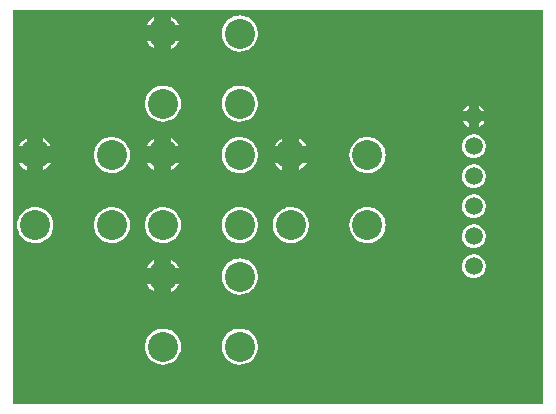
<source format=gbl>
G04 Layer: BottomLayer*
G04 EasyEDA v6.5.40, 2024-04-09 13:00:43*
G04 4fed56741cb74346b3e77f28756fcebd,df7e7e3c38a3447abd37b529b333d242,10*
G04 Gerber Generator version 0.2*
G04 Scale: 100 percent, Rotated: No, Reflected: No *
G04 Dimensions in millimeters *
G04 leading zeros omitted , absolute positions ,4 integer and 5 decimal *
%FSLAX45Y45*%
%MOMM*%

%ADD10C,2.5400*%
%ADD11C,1.5000*%

%LPD*%
G36*
X1140460Y6172200D02*
G01*
X1136548Y6172962D01*
X1133297Y6175197D01*
X1131062Y6178448D01*
X1130300Y6182360D01*
X1130300Y9502140D01*
X1131062Y9506051D01*
X1133297Y9509302D01*
X1136548Y9511538D01*
X1140460Y9512300D01*
X5603240Y9512300D01*
X5607151Y9511538D01*
X5610402Y9509302D01*
X5612638Y9506051D01*
X5613400Y9502140D01*
X5613400Y6182360D01*
X5612638Y6178448D01*
X5610402Y6175197D01*
X5607151Y6172962D01*
X5603240Y6172200D01*
G37*

%LPC*%
G36*
X3052013Y6506768D02*
G01*
X3068777Y6508140D01*
X3085338Y6511391D01*
X3101390Y6516420D01*
X3116834Y6523177D01*
X3131413Y6531609D01*
X3144977Y6541566D01*
X3157372Y6552996D01*
X3168446Y6565696D01*
X3178048Y6579514D01*
X3186074Y6594348D01*
X3192424Y6609943D01*
X3196996Y6626148D01*
X3199739Y6642760D01*
X3200704Y6659575D01*
X3199739Y6676390D01*
X3196996Y6693001D01*
X3192424Y6709206D01*
X3186074Y6724853D01*
X3178048Y6739636D01*
X3168446Y6753504D01*
X3157372Y6766204D01*
X3144977Y6777583D01*
X3131413Y6787591D01*
X3116834Y6796024D01*
X3101390Y6802780D01*
X3085338Y6807809D01*
X3068777Y6811009D01*
X3052013Y6812432D01*
X3035147Y6811975D01*
X3018485Y6809638D01*
X3002178Y6805523D01*
X2986379Y6799580D01*
X2971342Y6792010D01*
X2957220Y6782765D01*
X2944266Y6772097D01*
X2932480Y6760006D01*
X2922168Y6746697D01*
X2913329Y6732371D01*
X2906115Y6717131D01*
X2900680Y6701180D01*
X2896971Y6684772D01*
X2895142Y6668008D01*
X2895142Y6651142D01*
X2896971Y6634429D01*
X2900680Y6617970D01*
X2906115Y6602069D01*
X2913329Y6586829D01*
X2922168Y6572453D01*
X2932480Y6559194D01*
X2944266Y6547104D01*
X2957220Y6536385D01*
X2971342Y6527190D01*
X2986379Y6519570D01*
X3002178Y6513677D01*
X3018485Y6509512D01*
X3035147Y6507226D01*
G37*
G36*
X2402992Y6506768D02*
G01*
X2419807Y6508140D01*
X2436317Y6511391D01*
X2452420Y6516420D01*
X2467813Y6523177D01*
X2482443Y6531609D01*
X2496007Y6541566D01*
X2508402Y6552996D01*
X2519426Y6565696D01*
X2529027Y6579514D01*
X2537053Y6594348D01*
X2543403Y6609943D01*
X2547975Y6626148D01*
X2550769Y6642760D01*
X2551684Y6659575D01*
X2550769Y6676390D01*
X2547975Y6693001D01*
X2543403Y6709206D01*
X2537053Y6724853D01*
X2529027Y6739636D01*
X2519426Y6753504D01*
X2508402Y6766204D01*
X2496007Y6777583D01*
X2482443Y6787591D01*
X2467813Y6796024D01*
X2452420Y6802780D01*
X2436317Y6807809D01*
X2419807Y6811009D01*
X2402992Y6812432D01*
X2386177Y6811975D01*
X2369464Y6809638D01*
X2353157Y6805523D01*
X2337358Y6799580D01*
X2322372Y6792010D01*
X2308250Y6782765D01*
X2295245Y6772097D01*
X2283510Y6760006D01*
X2273147Y6746697D01*
X2264308Y6732371D01*
X2257145Y6717131D01*
X2251659Y6701180D01*
X2248001Y6684772D01*
X2246122Y6668008D01*
X2246122Y6651142D01*
X2248001Y6634429D01*
X2251659Y6617970D01*
X2257145Y6602069D01*
X2264308Y6586829D01*
X2273147Y6572453D01*
X2283510Y6559194D01*
X2295245Y6547104D01*
X2308250Y6536385D01*
X2322372Y6527190D01*
X2337358Y6519570D01*
X2353157Y6513677D01*
X2369464Y6509512D01*
X2386177Y6507226D01*
G37*
G36*
X3052013Y7099757D02*
G01*
X3068777Y7101128D01*
X3085338Y7104380D01*
X3101390Y7109409D01*
X3116834Y7116165D01*
X3131413Y7124598D01*
X3144977Y7134555D01*
X3157372Y7145985D01*
X3168446Y7158685D01*
X3178048Y7172502D01*
X3186074Y7187336D01*
X3192424Y7202931D01*
X3196996Y7219137D01*
X3199739Y7235748D01*
X3200704Y7252563D01*
X3199739Y7269429D01*
X3196996Y7286040D01*
X3192424Y7302246D01*
X3186074Y7317841D01*
X3178048Y7332675D01*
X3168446Y7346492D01*
X3157372Y7359192D01*
X3144977Y7370622D01*
X3131413Y7380579D01*
X3116834Y7389012D01*
X3101390Y7395768D01*
X3085338Y7400798D01*
X3068777Y7404049D01*
X3052013Y7405420D01*
X3035147Y7404963D01*
X3018485Y7402626D01*
X3002178Y7398512D01*
X2986379Y7392619D01*
X2971342Y7384999D01*
X2957220Y7375804D01*
X2944266Y7365085D01*
X2932480Y7352995D01*
X2922168Y7339685D01*
X2913329Y7325359D01*
X2906115Y7310120D01*
X2900680Y7294168D01*
X2896971Y7277760D01*
X2895142Y7260996D01*
X2895142Y7244181D01*
X2896971Y7227417D01*
X2900680Y7210958D01*
X2906115Y7195058D01*
X2913329Y7179818D01*
X2922168Y7165441D01*
X2932480Y7152182D01*
X2944266Y7140092D01*
X2957220Y7129373D01*
X2971342Y7120178D01*
X2986379Y7112558D01*
X3002178Y7106666D01*
X3018485Y7102551D01*
X3035147Y7100214D01*
G37*
G36*
X2465628Y7122617D02*
G01*
X2479446Y7130592D01*
X2493010Y7140549D01*
X2505405Y7151979D01*
X2516428Y7164679D01*
X2526030Y7178497D01*
X2531567Y7188758D01*
X2465628Y7188758D01*
G37*
G36*
X2325928Y7122820D02*
G01*
X2325928Y7188758D01*
X2259939Y7188758D01*
X2261311Y7185812D01*
X2270150Y7171486D01*
X2280513Y7158177D01*
X2292248Y7146086D01*
X2305253Y7135368D01*
X2319375Y7126173D01*
G37*
G36*
X5022443Y7239965D02*
G01*
X5035956Y7239965D01*
X5049316Y7241743D01*
X5062270Y7245299D01*
X5074716Y7250582D01*
X5086299Y7257440D01*
X5096865Y7265771D01*
X5106263Y7275474D01*
X5114239Y7286294D01*
X5120690Y7298131D01*
X5125567Y7310729D01*
X5128666Y7323836D01*
X5130038Y7337247D01*
X5129580Y7350709D01*
X5127345Y7363968D01*
X5123332Y7376871D01*
X5117693Y7389063D01*
X5110429Y7400442D01*
X5101742Y7410754D01*
X5091734Y7419797D01*
X5080609Y7427417D01*
X5068570Y7433462D01*
X5055870Y7437881D01*
X5042662Y7440574D01*
X5029200Y7441488D01*
X5015738Y7440574D01*
X5002530Y7437881D01*
X4989830Y7433462D01*
X4977790Y7427417D01*
X4966665Y7419797D01*
X4956657Y7410754D01*
X4947970Y7400442D01*
X4940706Y7389063D01*
X4935067Y7376871D01*
X4931054Y7363968D01*
X4928819Y7350709D01*
X4928362Y7337247D01*
X4929733Y7323836D01*
X4932832Y7310729D01*
X4937709Y7298131D01*
X4944160Y7286294D01*
X4952136Y7275474D01*
X4961534Y7265771D01*
X4972100Y7257440D01*
X4983683Y7250582D01*
X4996129Y7245299D01*
X5009083Y7241743D01*
G37*
G36*
X2259939Y7328458D02*
G01*
X2325928Y7328458D01*
X2325928Y7394346D01*
X2319375Y7390993D01*
X2305253Y7381798D01*
X2292248Y7371080D01*
X2280513Y7358989D01*
X2270150Y7345680D01*
X2261311Y7331354D01*
G37*
G36*
X2465628Y7328458D02*
G01*
X2531567Y7328458D01*
X2526030Y7338669D01*
X2516428Y7352487D01*
X2505405Y7365187D01*
X2493010Y7376617D01*
X2479446Y7386574D01*
X2465628Y7394549D01*
G37*
G36*
X5022443Y7493965D02*
G01*
X5035956Y7493965D01*
X5049316Y7495743D01*
X5062270Y7499299D01*
X5074716Y7504582D01*
X5086299Y7511440D01*
X5096865Y7519771D01*
X5106263Y7529474D01*
X5114239Y7540294D01*
X5120690Y7552131D01*
X5125567Y7564729D01*
X5128666Y7577836D01*
X5130038Y7591247D01*
X5129580Y7604709D01*
X5127345Y7617968D01*
X5123332Y7630871D01*
X5117693Y7643063D01*
X5110429Y7654442D01*
X5101742Y7664754D01*
X5091734Y7673797D01*
X5080609Y7681417D01*
X5068570Y7687462D01*
X5055870Y7691881D01*
X5042662Y7694574D01*
X5029200Y7695488D01*
X5015738Y7694574D01*
X5002530Y7691881D01*
X4989830Y7687462D01*
X4977790Y7681417D01*
X4966665Y7673797D01*
X4956657Y7664754D01*
X4947970Y7654442D01*
X4940706Y7643063D01*
X4935067Y7630871D01*
X4931054Y7617968D01*
X4928819Y7604709D01*
X4928362Y7591247D01*
X4929733Y7577836D01*
X4932832Y7564729D01*
X4937709Y7552131D01*
X4944160Y7540294D01*
X4952136Y7529474D01*
X4961534Y7519771D01*
X4972100Y7511440D01*
X4983683Y7504582D01*
X4996129Y7499299D01*
X5009083Y7495743D01*
G37*
G36*
X1970328Y7535468D02*
G01*
X1987092Y7536840D01*
X2003653Y7540091D01*
X2019706Y7545120D01*
X2035149Y7551877D01*
X2049729Y7560309D01*
X2063292Y7570266D01*
X2075688Y7581696D01*
X2086762Y7594396D01*
X2096363Y7608214D01*
X2104390Y7623048D01*
X2110689Y7638643D01*
X2115312Y7654848D01*
X2118055Y7671460D01*
X2118969Y7688275D01*
X2118055Y7705140D01*
X2115312Y7721752D01*
X2110689Y7737957D01*
X2104390Y7753553D01*
X2096363Y7768386D01*
X2086762Y7782204D01*
X2075688Y7794904D01*
X2063292Y7806334D01*
X2049729Y7816291D01*
X2035149Y7824724D01*
X2019706Y7831480D01*
X2003653Y7836509D01*
X1987092Y7839760D01*
X1970328Y7841132D01*
X1953463Y7840675D01*
X1936800Y7838338D01*
X1920443Y7834223D01*
X1904695Y7828330D01*
X1889658Y7820710D01*
X1875536Y7811516D01*
X1862531Y7800797D01*
X1850796Y7788706D01*
X1840433Y7775397D01*
X1831644Y7761071D01*
X1824431Y7745831D01*
X1818995Y7729880D01*
X1815287Y7713472D01*
X1813458Y7696708D01*
X1813458Y7679893D01*
X1815287Y7663129D01*
X1818995Y7646720D01*
X1824431Y7630769D01*
X1831644Y7615529D01*
X1840433Y7601203D01*
X1850796Y7587894D01*
X1862531Y7575803D01*
X1875536Y7565085D01*
X1889658Y7555890D01*
X1904695Y7548270D01*
X1920443Y7542377D01*
X1936800Y7538262D01*
X1953463Y7535925D01*
G37*
G36*
X1321308Y7535468D02*
G01*
X1338122Y7536840D01*
X1354632Y7540091D01*
X1370685Y7545120D01*
X1386128Y7551877D01*
X1400708Y7560309D01*
X1414272Y7570266D01*
X1426667Y7581696D01*
X1437741Y7594396D01*
X1447342Y7608214D01*
X1455369Y7623048D01*
X1461719Y7638643D01*
X1466291Y7654848D01*
X1469085Y7671460D01*
X1469999Y7688275D01*
X1469085Y7705140D01*
X1466291Y7721752D01*
X1461719Y7737957D01*
X1455369Y7753553D01*
X1447342Y7768386D01*
X1437741Y7782204D01*
X1426667Y7794904D01*
X1414272Y7806334D01*
X1400708Y7816291D01*
X1386128Y7824724D01*
X1370685Y7831480D01*
X1354632Y7836509D01*
X1338122Y7839760D01*
X1321308Y7841132D01*
X1304493Y7840675D01*
X1287780Y7838338D01*
X1271473Y7834223D01*
X1255674Y7828330D01*
X1240637Y7820710D01*
X1226566Y7811516D01*
X1213561Y7800797D01*
X1201826Y7788706D01*
X1191463Y7775397D01*
X1182624Y7761071D01*
X1175461Y7745831D01*
X1169974Y7729880D01*
X1166317Y7713472D01*
X1164437Y7696708D01*
X1164437Y7679893D01*
X1166317Y7663129D01*
X1169974Y7646720D01*
X1175461Y7630769D01*
X1182624Y7615529D01*
X1191463Y7601203D01*
X1201826Y7587894D01*
X1213561Y7575803D01*
X1226566Y7565085D01*
X1240637Y7555890D01*
X1255674Y7548270D01*
X1271473Y7542377D01*
X1287780Y7538262D01*
X1304493Y7535925D01*
G37*
G36*
X3484727Y7535468D02*
G01*
X3501491Y7536840D01*
X3518001Y7540091D01*
X3534105Y7545120D01*
X3549548Y7551877D01*
X3564128Y7560309D01*
X3577691Y7570266D01*
X3590086Y7581696D01*
X3601161Y7594396D01*
X3610762Y7608214D01*
X3618737Y7623048D01*
X3625087Y7638643D01*
X3629710Y7654848D01*
X3632454Y7671460D01*
X3633368Y7688275D01*
X3632454Y7705090D01*
X3629710Y7721701D01*
X3625087Y7737906D01*
X3618737Y7753553D01*
X3610762Y7768336D01*
X3601161Y7782204D01*
X3590086Y7794904D01*
X3577691Y7806283D01*
X3564128Y7816291D01*
X3549548Y7824724D01*
X3534105Y7831480D01*
X3518001Y7836509D01*
X3501491Y7839709D01*
X3484727Y7841132D01*
X3467862Y7840675D01*
X3451199Y7838338D01*
X3434842Y7834223D01*
X3419094Y7828280D01*
X3404057Y7820710D01*
X3389934Y7811465D01*
X3376929Y7800797D01*
X3365195Y7788706D01*
X3354832Y7775397D01*
X3346043Y7761071D01*
X3338829Y7745831D01*
X3333394Y7729880D01*
X3329686Y7713472D01*
X3327857Y7696708D01*
X3327857Y7679842D01*
X3329686Y7663129D01*
X3333394Y7646670D01*
X3338829Y7630769D01*
X3346043Y7615529D01*
X3354832Y7601153D01*
X3365195Y7587894D01*
X3376929Y7575803D01*
X3389934Y7565085D01*
X3404057Y7555890D01*
X3419094Y7548270D01*
X3434842Y7542377D01*
X3451199Y7538212D01*
X3467862Y7535925D01*
G37*
G36*
X4133697Y7535468D02*
G01*
X4150512Y7536840D01*
X4167022Y7540091D01*
X4183126Y7545120D01*
X4198518Y7551877D01*
X4213098Y7560309D01*
X4226712Y7570266D01*
X4239056Y7581696D01*
X4250131Y7594396D01*
X4259732Y7608214D01*
X4267758Y7623048D01*
X4274108Y7638643D01*
X4278680Y7654848D01*
X4281474Y7671460D01*
X4282389Y7688275D01*
X4281474Y7705090D01*
X4278680Y7721701D01*
X4274108Y7737906D01*
X4267758Y7753553D01*
X4259732Y7768336D01*
X4250131Y7782204D01*
X4239056Y7794904D01*
X4226712Y7806283D01*
X4213098Y7816291D01*
X4198518Y7824724D01*
X4183126Y7831480D01*
X4167022Y7836509D01*
X4150512Y7839709D01*
X4133697Y7841132D01*
X4116882Y7840675D01*
X4100169Y7838338D01*
X4083862Y7834223D01*
X4068064Y7828280D01*
X4053027Y7820710D01*
X4038955Y7811465D01*
X4025950Y7800797D01*
X4014215Y7788706D01*
X4003852Y7775397D01*
X3995013Y7761071D01*
X3987850Y7745831D01*
X3982364Y7729880D01*
X3978706Y7713472D01*
X3976827Y7696708D01*
X3976827Y7679842D01*
X3978706Y7663129D01*
X3982364Y7646670D01*
X3987850Y7630769D01*
X3995013Y7615529D01*
X4003852Y7601153D01*
X4014215Y7587894D01*
X4025950Y7575803D01*
X4038955Y7565085D01*
X4053027Y7555890D01*
X4068064Y7548270D01*
X4083862Y7542377D01*
X4100169Y7538212D01*
X4116882Y7535925D01*
G37*
G36*
X3052013Y7535468D02*
G01*
X3068777Y7536840D01*
X3085338Y7540091D01*
X3101390Y7545120D01*
X3116834Y7551877D01*
X3131413Y7560309D01*
X3144977Y7570266D01*
X3157372Y7581696D01*
X3168446Y7594396D01*
X3178048Y7608214D01*
X3186074Y7623048D01*
X3192424Y7638643D01*
X3196996Y7654848D01*
X3199739Y7671460D01*
X3200704Y7688275D01*
X3199739Y7705140D01*
X3196996Y7721752D01*
X3192424Y7737957D01*
X3186074Y7753553D01*
X3178048Y7768386D01*
X3168446Y7782204D01*
X3157372Y7794904D01*
X3144977Y7806334D01*
X3131413Y7816291D01*
X3116834Y7824724D01*
X3101390Y7831480D01*
X3085338Y7836509D01*
X3068777Y7839760D01*
X3052013Y7841132D01*
X3035147Y7840675D01*
X3018485Y7838338D01*
X3002178Y7834223D01*
X2986379Y7828330D01*
X2971342Y7820710D01*
X2957220Y7811516D01*
X2944266Y7800797D01*
X2932480Y7788706D01*
X2922168Y7775397D01*
X2913329Y7761071D01*
X2906115Y7745831D01*
X2900680Y7729880D01*
X2896971Y7713472D01*
X2895142Y7696708D01*
X2895142Y7679893D01*
X2896971Y7663129D01*
X2900680Y7646720D01*
X2906115Y7630769D01*
X2913329Y7615529D01*
X2922168Y7601203D01*
X2932480Y7587894D01*
X2944266Y7575803D01*
X2957220Y7565085D01*
X2971342Y7555890D01*
X2986379Y7548270D01*
X3002178Y7542377D01*
X3018485Y7538262D01*
X3035147Y7535925D01*
G37*
G36*
X2402992Y7535468D02*
G01*
X2419807Y7536840D01*
X2436317Y7540091D01*
X2452420Y7545120D01*
X2467813Y7551877D01*
X2482443Y7560309D01*
X2496007Y7570266D01*
X2508402Y7581696D01*
X2519426Y7594396D01*
X2529027Y7608214D01*
X2537053Y7623048D01*
X2543403Y7638643D01*
X2547975Y7654848D01*
X2550769Y7671460D01*
X2551684Y7688275D01*
X2550769Y7705140D01*
X2547975Y7721752D01*
X2543403Y7737957D01*
X2537053Y7753553D01*
X2529027Y7768386D01*
X2519426Y7782204D01*
X2508402Y7794904D01*
X2496007Y7806334D01*
X2482443Y7816291D01*
X2467813Y7824724D01*
X2452420Y7831480D01*
X2436317Y7836509D01*
X2419807Y7839760D01*
X2402992Y7841132D01*
X2386177Y7840675D01*
X2369464Y7838338D01*
X2353157Y7834223D01*
X2337358Y7828330D01*
X2322372Y7820710D01*
X2308250Y7811516D01*
X2295245Y7800797D01*
X2283510Y7788706D01*
X2273147Y7775397D01*
X2264308Y7761071D01*
X2257145Y7745831D01*
X2251659Y7729880D01*
X2248001Y7713472D01*
X2246122Y7696708D01*
X2246122Y7679893D01*
X2248001Y7663129D01*
X2251659Y7646720D01*
X2257145Y7630769D01*
X2264308Y7615529D01*
X2273147Y7601203D01*
X2283510Y7587894D01*
X2295245Y7575803D01*
X2308250Y7565085D01*
X2322372Y7555890D01*
X2337358Y7548270D01*
X2353157Y7542377D01*
X2369464Y7538262D01*
X2386177Y7535925D01*
G37*
G36*
X5022443Y7747965D02*
G01*
X5035956Y7747965D01*
X5049316Y7749743D01*
X5062270Y7753299D01*
X5074716Y7758582D01*
X5086299Y7765440D01*
X5096865Y7773771D01*
X5106263Y7783474D01*
X5114239Y7794294D01*
X5120690Y7806131D01*
X5125567Y7818729D01*
X5128666Y7831836D01*
X5130038Y7845247D01*
X5129580Y7858709D01*
X5127345Y7871968D01*
X5123332Y7884871D01*
X5117693Y7897063D01*
X5110429Y7908442D01*
X5101742Y7918754D01*
X5091734Y7927797D01*
X5080609Y7935417D01*
X5068570Y7941462D01*
X5055870Y7945881D01*
X5042662Y7948574D01*
X5029200Y7949488D01*
X5015738Y7948574D01*
X5002530Y7945881D01*
X4989830Y7941462D01*
X4977790Y7935417D01*
X4966665Y7927797D01*
X4956657Y7918754D01*
X4947970Y7908442D01*
X4940706Y7897063D01*
X4935067Y7884871D01*
X4931054Y7871968D01*
X4928819Y7858709D01*
X4928362Y7845247D01*
X4929733Y7831836D01*
X4932832Y7818729D01*
X4937709Y7806131D01*
X4944160Y7794294D01*
X4952136Y7783474D01*
X4961534Y7773771D01*
X4972100Y7765440D01*
X4983683Y7758582D01*
X4996129Y7753299D01*
X5009083Y7749743D01*
G37*
G36*
X5022443Y8001965D02*
G01*
X5035956Y8001965D01*
X5049316Y8003743D01*
X5062270Y8007299D01*
X5074716Y8012582D01*
X5086299Y8019440D01*
X5096865Y8027771D01*
X5106263Y8037474D01*
X5114239Y8048294D01*
X5120690Y8060131D01*
X5125567Y8072729D01*
X5128666Y8085836D01*
X5130038Y8099247D01*
X5129580Y8112709D01*
X5127345Y8125968D01*
X5123332Y8138871D01*
X5117693Y8151063D01*
X5110429Y8162442D01*
X5101742Y8172754D01*
X5091734Y8181797D01*
X5080609Y8189417D01*
X5068570Y8195462D01*
X5055870Y8199881D01*
X5042662Y8202574D01*
X5029200Y8203488D01*
X5015738Y8202574D01*
X5002530Y8199881D01*
X4989830Y8195462D01*
X4977790Y8189417D01*
X4966665Y8181797D01*
X4956657Y8172754D01*
X4947970Y8162442D01*
X4940706Y8151063D01*
X4935067Y8138871D01*
X4931054Y8125968D01*
X4928819Y8112709D01*
X4928362Y8099247D01*
X4929733Y8085836D01*
X4932832Y8072729D01*
X4937709Y8060131D01*
X4944160Y8048294D01*
X4952136Y8037474D01*
X4961534Y8027771D01*
X4972100Y8019440D01*
X4983683Y8012582D01*
X4996129Y8007299D01*
X5009083Y8003743D01*
G37*
G36*
X1970328Y8128457D02*
G01*
X1987092Y8129879D01*
X2003653Y8133080D01*
X2019706Y8138109D01*
X2035149Y8144865D01*
X2049729Y8153298D01*
X2063292Y8163255D01*
X2075688Y8174685D01*
X2086762Y8187385D01*
X2096363Y8201253D01*
X2104390Y8216036D01*
X2110689Y8231631D01*
X2115312Y8247888D01*
X2118055Y8264499D01*
X2118969Y8281314D01*
X2118055Y8298129D01*
X2115312Y8314740D01*
X2110689Y8330946D01*
X2104390Y8346541D01*
X2096363Y8361375D01*
X2086762Y8375192D01*
X2075688Y8387892D01*
X2063292Y8399322D01*
X2049729Y8409279D01*
X2035149Y8417712D01*
X2019706Y8424468D01*
X2003653Y8429498D01*
X1987092Y8432749D01*
X1970328Y8434120D01*
X1953463Y8433663D01*
X1936800Y8431377D01*
X1920443Y8427212D01*
X1904695Y8421319D01*
X1889658Y8413699D01*
X1875536Y8404504D01*
X1862531Y8393785D01*
X1850796Y8381695D01*
X1840433Y8368436D01*
X1831644Y8354059D01*
X1824431Y8338820D01*
X1818995Y8322919D01*
X1815287Y8306460D01*
X1813458Y8289696D01*
X1813458Y8272881D01*
X1815287Y8256117D01*
X1818995Y8239709D01*
X1824431Y8223758D01*
X1831644Y8208518D01*
X1840433Y8194192D01*
X1850796Y8180882D01*
X1862531Y8168792D01*
X1875536Y8158124D01*
X1889658Y8148878D01*
X1904695Y8141258D01*
X1920443Y8135366D01*
X1936800Y8131251D01*
X1953463Y8128914D01*
G37*
G36*
X4133697Y8128457D02*
G01*
X4150512Y8129828D01*
X4167022Y8133080D01*
X4183126Y8138109D01*
X4198518Y8144865D01*
X4213098Y8153298D01*
X4226712Y8163255D01*
X4239056Y8174685D01*
X4250131Y8187385D01*
X4259732Y8201202D01*
X4267758Y8216036D01*
X4274108Y8231631D01*
X4278680Y8247837D01*
X4281474Y8264448D01*
X4282389Y8281263D01*
X4281474Y8298078D01*
X4278680Y8314740D01*
X4274108Y8330946D01*
X4267758Y8346541D01*
X4259732Y8361324D01*
X4250131Y8375192D01*
X4239056Y8387892D01*
X4226712Y8399322D01*
X4213098Y8409279D01*
X4198518Y8417712D01*
X4183126Y8424468D01*
X4167022Y8429498D01*
X4150512Y8432749D01*
X4133697Y8434120D01*
X4116882Y8433663D01*
X4100169Y8431326D01*
X4083862Y8427212D01*
X4068064Y8421319D01*
X4053027Y8413699D01*
X4038955Y8404504D01*
X4025950Y8393785D01*
X4014215Y8381695D01*
X4003852Y8368385D01*
X3995013Y8354059D01*
X3987850Y8338820D01*
X3982364Y8322868D01*
X3978706Y8306460D01*
X3976827Y8289696D01*
X3976827Y8272881D01*
X3978706Y8256117D01*
X3982364Y8239658D01*
X3987850Y8223758D01*
X3995013Y8208518D01*
X4003852Y8194141D01*
X4014215Y8180882D01*
X4025950Y8168792D01*
X4038955Y8158073D01*
X4053027Y8148878D01*
X4068064Y8141258D01*
X4083862Y8135366D01*
X4100169Y8131251D01*
X4116882Y8128914D01*
G37*
G36*
X3052013Y8128457D02*
G01*
X3068777Y8129879D01*
X3085338Y8133080D01*
X3101390Y8138109D01*
X3116834Y8144865D01*
X3131413Y8153298D01*
X3144977Y8163255D01*
X3157372Y8174685D01*
X3168446Y8187385D01*
X3178048Y8201253D01*
X3186074Y8216036D01*
X3192424Y8231631D01*
X3196996Y8247888D01*
X3199739Y8264499D01*
X3200704Y8281314D01*
X3199739Y8298129D01*
X3196996Y8314740D01*
X3192424Y8330946D01*
X3186074Y8346541D01*
X3178048Y8361375D01*
X3168446Y8375192D01*
X3157372Y8387892D01*
X3144977Y8399322D01*
X3131413Y8409279D01*
X3116834Y8417712D01*
X3101390Y8424468D01*
X3085338Y8429498D01*
X3068777Y8432749D01*
X3052013Y8434120D01*
X3035147Y8433663D01*
X3018485Y8431377D01*
X3002178Y8427212D01*
X2986379Y8421319D01*
X2971342Y8413699D01*
X2957220Y8404504D01*
X2944266Y8393785D01*
X2932480Y8381695D01*
X2922168Y8368436D01*
X2913329Y8354059D01*
X2906115Y8338820D01*
X2900680Y8322919D01*
X2896971Y8306460D01*
X2895142Y8289696D01*
X2895142Y8272881D01*
X2896971Y8256117D01*
X2900680Y8239709D01*
X2906115Y8223758D01*
X2913329Y8208518D01*
X2922168Y8194192D01*
X2932480Y8180882D01*
X2944266Y8168792D01*
X2957220Y8158124D01*
X2971342Y8148878D01*
X2986379Y8141258D01*
X3002178Y8135366D01*
X3018485Y8131251D01*
X3035147Y8128914D01*
G37*
G36*
X3547364Y8151317D02*
G01*
X3561130Y8159292D01*
X3574694Y8169249D01*
X3587089Y8180679D01*
X3598164Y8193379D01*
X3607765Y8207197D01*
X3613251Y8217408D01*
X3547364Y8217408D01*
G37*
G36*
X1383944Y8151368D02*
G01*
X1397711Y8159292D01*
X1411274Y8169300D01*
X1423670Y8180679D01*
X1434744Y8193379D01*
X1444345Y8207248D01*
X1449882Y8217458D01*
X1383944Y8217458D01*
G37*
G36*
X2465628Y8151368D02*
G01*
X2479446Y8159292D01*
X2493010Y8169300D01*
X2505405Y8180679D01*
X2516428Y8193379D01*
X2526030Y8207248D01*
X2531567Y8217458D01*
X2465628Y8217458D01*
G37*
G36*
X3407664Y8151520D02*
G01*
X3407664Y8217408D01*
X3341674Y8217408D01*
X3343046Y8214512D01*
X3351834Y8200186D01*
X3362198Y8186877D01*
X3373932Y8174786D01*
X3386937Y8164068D01*
X3401060Y8154873D01*
G37*
G36*
X2325928Y8151571D02*
G01*
X2325928Y8217458D01*
X2259939Y8217458D01*
X2261311Y8214512D01*
X2270150Y8200186D01*
X2280513Y8186877D01*
X2292248Y8174786D01*
X2305253Y8164118D01*
X2319375Y8154873D01*
G37*
G36*
X1244244Y8151571D02*
G01*
X1244244Y8217458D01*
X1178255Y8217458D01*
X1179626Y8214512D01*
X1188466Y8200186D01*
X1198778Y8186877D01*
X1210564Y8174786D01*
X1223568Y8164118D01*
X1237640Y8154873D01*
G37*
G36*
X5022443Y8255965D02*
G01*
X5035956Y8255965D01*
X5049316Y8257743D01*
X5062270Y8261299D01*
X5074716Y8266582D01*
X5086299Y8273440D01*
X5096865Y8281771D01*
X5106263Y8291474D01*
X5114239Y8302294D01*
X5120690Y8314131D01*
X5125567Y8326729D01*
X5128666Y8339836D01*
X5130038Y8353247D01*
X5129580Y8366709D01*
X5127345Y8379968D01*
X5123332Y8392871D01*
X5117693Y8405063D01*
X5110429Y8416442D01*
X5101742Y8426754D01*
X5091734Y8435797D01*
X5080609Y8443417D01*
X5068570Y8449462D01*
X5055870Y8453882D01*
X5042662Y8456574D01*
X5029200Y8457488D01*
X5015738Y8456574D01*
X5002530Y8453882D01*
X4989830Y8449462D01*
X4977790Y8443417D01*
X4966665Y8435797D01*
X4956657Y8426754D01*
X4947970Y8416442D01*
X4940706Y8405063D01*
X4935067Y8392871D01*
X4931054Y8379968D01*
X4928819Y8366709D01*
X4928362Y8353247D01*
X4929733Y8339836D01*
X4932832Y8326729D01*
X4937709Y8314131D01*
X4944160Y8302294D01*
X4952136Y8291474D01*
X4961534Y8281771D01*
X4972100Y8273440D01*
X4983683Y8266582D01*
X4996129Y8261299D01*
X5009083Y8257743D01*
G37*
G36*
X3341674Y8357108D02*
G01*
X3407664Y8357108D01*
X3407664Y8423046D01*
X3401060Y8419693D01*
X3386937Y8410498D01*
X3373932Y8399780D01*
X3362198Y8387689D01*
X3351834Y8374380D01*
X3343046Y8360054D01*
G37*
G36*
X3547364Y8357108D02*
G01*
X3613251Y8357108D01*
X3607765Y8367369D01*
X3598164Y8381187D01*
X3587089Y8393887D01*
X3574694Y8405317D01*
X3561130Y8415274D01*
X3547364Y8423249D01*
G37*
G36*
X2259939Y8357158D02*
G01*
X2325928Y8357158D01*
X2325928Y8423046D01*
X2319375Y8419693D01*
X2305253Y8410498D01*
X2292248Y8399780D01*
X2280513Y8387689D01*
X2270150Y8374430D01*
X2261311Y8360054D01*
G37*
G36*
X1178255Y8357158D02*
G01*
X1244244Y8357158D01*
X1244244Y8423046D01*
X1237640Y8419693D01*
X1223568Y8410498D01*
X1210564Y8399780D01*
X1198778Y8387689D01*
X1188466Y8374430D01*
X1179626Y8360054D01*
G37*
G36*
X1383944Y8357158D02*
G01*
X1449882Y8357158D01*
X1444345Y8367369D01*
X1434744Y8381187D01*
X1423670Y8393887D01*
X1411274Y8405317D01*
X1397711Y8415274D01*
X1383944Y8423249D01*
G37*
G36*
X2465628Y8357158D02*
G01*
X2531567Y8357158D01*
X2526030Y8367369D01*
X2516428Y8381187D01*
X2505405Y8393887D01*
X2493010Y8405317D01*
X2479446Y8415274D01*
X2465628Y8423249D01*
G37*
G36*
X4985359Y8519871D02*
G01*
X4985359Y8566759D01*
X4938471Y8566759D01*
X4944160Y8556294D01*
X4952136Y8545474D01*
X4961534Y8535771D01*
X4972100Y8527440D01*
X4983683Y8520582D01*
G37*
G36*
X5073040Y8519871D02*
G01*
X5074716Y8520582D01*
X5086299Y8527440D01*
X5096865Y8535771D01*
X5106263Y8545474D01*
X5114239Y8556294D01*
X5119928Y8566759D01*
X5073040Y8566759D01*
G37*
G36*
X2402992Y8564168D02*
G01*
X2419807Y8565540D01*
X2436317Y8568791D01*
X2452420Y8573820D01*
X2467813Y8580577D01*
X2482443Y8589010D01*
X2496007Y8598966D01*
X2508402Y8610396D01*
X2519426Y8623096D01*
X2529027Y8636914D01*
X2537053Y8651748D01*
X2543403Y8667343D01*
X2547975Y8683548D01*
X2550769Y8700160D01*
X2551684Y8716975D01*
X2550769Y8733840D01*
X2547975Y8750452D01*
X2543403Y8766657D01*
X2537053Y8782253D01*
X2529027Y8797086D01*
X2519426Y8810904D01*
X2508402Y8823604D01*
X2496007Y8835034D01*
X2482443Y8844991D01*
X2467813Y8853424D01*
X2452420Y8860180D01*
X2436317Y8865209D01*
X2419807Y8868460D01*
X2402992Y8869832D01*
X2386177Y8869375D01*
X2369464Y8867038D01*
X2353157Y8862923D01*
X2337358Y8857030D01*
X2322372Y8849410D01*
X2308250Y8840216D01*
X2295245Y8829497D01*
X2283510Y8817406D01*
X2273147Y8804097D01*
X2264308Y8789771D01*
X2257145Y8774531D01*
X2251659Y8758580D01*
X2248001Y8742172D01*
X2246122Y8725408D01*
X2246122Y8708593D01*
X2248001Y8691829D01*
X2251659Y8675420D01*
X2257145Y8659469D01*
X2264308Y8644229D01*
X2273147Y8629904D01*
X2283510Y8616594D01*
X2295245Y8604504D01*
X2308250Y8593785D01*
X2322372Y8584590D01*
X2337358Y8576970D01*
X2353157Y8571077D01*
X2369464Y8566962D01*
X2386177Y8564626D01*
G37*
G36*
X3052013Y8564168D02*
G01*
X3068777Y8565540D01*
X3085338Y8568791D01*
X3101390Y8573820D01*
X3116834Y8580577D01*
X3131413Y8589010D01*
X3144977Y8598966D01*
X3157372Y8610396D01*
X3168446Y8623096D01*
X3178048Y8636914D01*
X3186074Y8651748D01*
X3192424Y8667343D01*
X3196996Y8683548D01*
X3199739Y8700160D01*
X3200704Y8716975D01*
X3199739Y8733840D01*
X3196996Y8750452D01*
X3192424Y8766657D01*
X3186074Y8782253D01*
X3178048Y8797086D01*
X3168446Y8810904D01*
X3157372Y8823604D01*
X3144977Y8835034D01*
X3131413Y8844991D01*
X3116834Y8853424D01*
X3101390Y8860180D01*
X3085338Y8865209D01*
X3068777Y8868460D01*
X3052013Y8869832D01*
X3035147Y8869375D01*
X3018485Y8867038D01*
X3002178Y8862923D01*
X2986379Y8857030D01*
X2971342Y8849410D01*
X2957220Y8840216D01*
X2944266Y8829497D01*
X2932480Y8817406D01*
X2922168Y8804097D01*
X2913329Y8789771D01*
X2906115Y8774531D01*
X2900680Y8758580D01*
X2896971Y8742172D01*
X2895142Y8725408D01*
X2895142Y8708593D01*
X2896971Y8691829D01*
X2900680Y8675420D01*
X2906115Y8659469D01*
X2913329Y8644229D01*
X2922168Y8629904D01*
X2932480Y8616594D01*
X2944266Y8604504D01*
X2957220Y8593785D01*
X2971342Y8584590D01*
X2986379Y8576970D01*
X3002178Y8571077D01*
X3018485Y8566962D01*
X3035147Y8564626D01*
G37*
G36*
X5073040Y8654440D02*
G01*
X5119827Y8654440D01*
X5117693Y8659063D01*
X5110429Y8670442D01*
X5101742Y8680754D01*
X5091734Y8689797D01*
X5080609Y8697417D01*
X5073040Y8701227D01*
G37*
G36*
X4938572Y8654440D02*
G01*
X4985359Y8654440D01*
X4985359Y8701227D01*
X4977790Y8697417D01*
X4966665Y8689797D01*
X4956657Y8680754D01*
X4947970Y8670442D01*
X4940706Y8659063D01*
G37*
G36*
X3052013Y9157157D02*
G01*
X3068777Y9158579D01*
X3085338Y9161780D01*
X3101390Y9166809D01*
X3116834Y9173565D01*
X3131413Y9181998D01*
X3144977Y9191955D01*
X3157372Y9203385D01*
X3168446Y9216085D01*
X3178048Y9229953D01*
X3186074Y9244736D01*
X3192424Y9260332D01*
X3196996Y9276588D01*
X3199739Y9293199D01*
X3200704Y9310014D01*
X3199739Y9326829D01*
X3196996Y9343440D01*
X3192424Y9359646D01*
X3186074Y9375241D01*
X3178048Y9390075D01*
X3168446Y9403892D01*
X3157372Y9416592D01*
X3144977Y9428022D01*
X3131413Y9437979D01*
X3116834Y9446412D01*
X3101390Y9453168D01*
X3085338Y9458198D01*
X3068777Y9461449D01*
X3052013Y9462820D01*
X3035147Y9462363D01*
X3018485Y9460077D01*
X3002178Y9455912D01*
X2986379Y9450019D01*
X2971342Y9442399D01*
X2957220Y9433204D01*
X2944266Y9422485D01*
X2932480Y9410395D01*
X2922168Y9397136D01*
X2913329Y9382760D01*
X2906115Y9367520D01*
X2900680Y9351619D01*
X2896971Y9335160D01*
X2895142Y9318396D01*
X2895142Y9301581D01*
X2896971Y9284817D01*
X2900680Y9268409D01*
X2906115Y9252458D01*
X2913329Y9237218D01*
X2922168Y9222892D01*
X2932480Y9209582D01*
X2944266Y9197492D01*
X2957220Y9186824D01*
X2971342Y9177578D01*
X2986379Y9169958D01*
X3002178Y9164066D01*
X3018485Y9159951D01*
X3035147Y9157614D01*
G37*
G36*
X2465628Y9180068D02*
G01*
X2479446Y9187992D01*
X2493010Y9198000D01*
X2505405Y9209379D01*
X2516428Y9222079D01*
X2526030Y9235948D01*
X2531567Y9246158D01*
X2465628Y9246158D01*
G37*
G36*
X2325928Y9180271D02*
G01*
X2325928Y9246158D01*
X2259939Y9246158D01*
X2261311Y9243212D01*
X2270150Y9228886D01*
X2280513Y9215577D01*
X2292248Y9203486D01*
X2305253Y9192818D01*
X2319375Y9183573D01*
G37*
G36*
X2259939Y9385858D02*
G01*
X2325928Y9385858D01*
X2325928Y9451746D01*
X2319375Y9448393D01*
X2305253Y9439198D01*
X2292248Y9428480D01*
X2280513Y9416389D01*
X2270150Y9403130D01*
X2261311Y9388754D01*
G37*
G36*
X2465628Y9385858D02*
G01*
X2531567Y9385858D01*
X2526030Y9396069D01*
X2516428Y9409887D01*
X2505405Y9422587D01*
X2493010Y9434017D01*
X2479446Y9443974D01*
X2465628Y9451949D01*
G37*

%LPD*%
D10*
G01*
X2395804Y7258583D03*
G01*
X2398801Y6659575D03*
G01*
X3047796Y7252563D03*
G01*
X3047796Y6659575D03*
G01*
X1314094Y8287308D03*
G01*
X1317091Y7688300D03*
G01*
X1966086Y8281288D03*
G01*
X1966086Y7688300D03*
G01*
X2395804Y8287308D03*
G01*
X2398801Y7688300D03*
G01*
X3047796Y8281288D03*
G01*
X3047796Y7688300D03*
G01*
X3477488Y8287283D03*
G01*
X3480485Y7688275D03*
G01*
X4129481Y8281263D03*
G01*
X4129481Y7688275D03*
G01*
X2395804Y9316008D03*
G01*
X2398801Y8717000D03*
G01*
X3047796Y9309988D03*
G01*
X3047796Y8717000D03*
D11*
G01*
X5029200Y7340600D03*
G01*
X5029200Y7594600D03*
G01*
X5029200Y7848600D03*
G01*
X5029200Y8102600D03*
G01*
X5029200Y8356600D03*
G01*
X5029200Y8610600D03*
M02*

</source>
